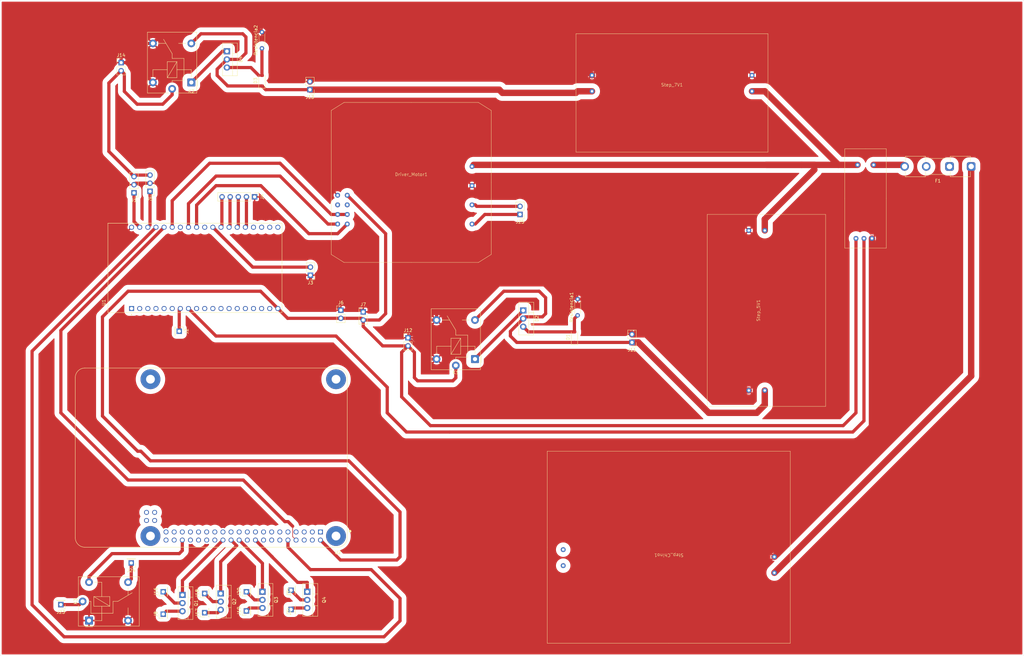
<source format=kicad_pcb>
(kicad_pcb (version 20240108) (generator "pcbnew") (generator_version "8.0")
  (layers (0 "F.Cu" signal) (31 "B.Cu" signal) (34 "B.Paste" user) (35 "F.Paste" user) (36 "B.SilkS" user "B.Silkscreen") (37 "F.SilkS" user "F.Silkscreen") (38 "B.Mask" user) (39 "F.Mask" user) (44 "Edge.Cuts" user))
  (net 0 "")
  (net 1 "Net-(D1-K)")
  (net 2 "Net-(D1-A)")
  (net 3 "Net-(D2-K)")
  (net 4 "Net-(D3-A)")
  (net 5 "Net-(D4-K)")
  (net 6 "Servo2")
  (net 7 "GND")
  (net 8 "SensorGiro")
  (net 9 "Corriente")
  (net 10 "Acelerador")
  (net 11 "5V")
  (net 12 "Servo1")
  (net 13 "Rele2")
  (net 14 "Rele5")
  (net 15 "Rele3")
  (net 16 "Rele4")
  (net 17 "Rele1")
  (net 18 "Net-(J4-Pin_2)")
  (net 24 "TX ESP")
  (net 29 "Net-(J4-Pin_3)")
  (net 33 "RX ESP")
  (net 37 "L_PWM")
  (net 38 "R_PWM")
  (net 39 "R_EN_L_EN")
  (net 40 "7V")
  (net 41 "Net-(J8-Pin_1)")
  (net 42 "Net-(J16-Pin_1)")
  (net 43 "Net-(J17-Pin_1)")
  (net 44 "Net-(J18-Pin_1)")
  (net 45 "Net-(J19-Pin_1)")
  (net 46 "Net-(J20-Pin_1)")
  (net 47 "Net-(J21-Pin_1)")
  (net 48 "Net-(J22-Pin_1)")
  (net 49 "Net-(J23-Pin_1)")
  (net 50 "Net-(J24-Pin_1)")
  (net 51 "Net-(D3-K)")
  (net 52 "Net-(Driver_Motor1-VIN_MOTOR_1)")
  (net 54 "Net-(Driver_Motor1-VIN)")
  (net 56 "Net-(Driver_Motor1-VIN_MOTOR_2)")
  (net 59 "Net-(Sensor_Corriente1-Cable2)")
  (net 60 "Net-(J4-Pin_4)")
  (net 61 "Net-(J4-Pin_5)")
  (net 66 "Net-(Sensor_Corriente1-Cable1)")
  (net 67 "Net-(U2-3V3-Pad1)")
  (net 80 "Net-(U2-SHIELD-PadS1)")
  (footprint "Connector_PinHeader_2.54mm:PinHeader_1x02_P2.54mm_Vertical" (layer "F.Cu") (at 163.5 138.46)
    (property "Reference" "J7")
    (property "Value" "SensorGiro")
  )
  (footprint "Resistor_THT:R_Axial_DIN0204_L3.6mm_D1.6mm_P5.08mm_Horizontal" (layer "F.Cu") (at 230.5 139.54 90)
    (property "Reference" "Resistencia1")
    (property "Value" "Resistencia 5V")
  )
  (footprint "Connector_PinHeader_2.54mm:PinHeader_1x01_P2.54mm_Vertical" (layer "F.Cu") (at 106 144.5 -90)
    (property "Reference" "J2")
    (property "Value" "Sensor Giro" (hide yes))
  )
  (footprint "Connector_PinHeader_2.54mm:PinHeader_1x01_P2.54mm_Vertical" (layer "F.Cu") (at 69 229.9325 180)
    (property "Reference" "J23")
    (property "Value" "Arranque1")
  )
  (footprint "Connector_PinHeader_2.54mm:PinHeader_1x01_P2.54mm_Vertical" (layer "F.Cu") (at 140.945 225.46 90)
    (property "Reference" "J22")
    (property "Value" "Sobrante2")
  )
  (footprint "Relay_THT:Relay_SPDT_Finder_36.11" (layer "F.Cu") (at 198.4325 153.2 180)
    (property "Reference" "K1")
    (property "Value" "Rele 5V")
  )
  (footprint "Connector_PinHeader_2.54mm:PinHeader_1x02_P2.54mm_Vertical" (layer "F.Cu") (at 146.84 69 180)
    (property "Reference" "J13")
    (property "Value" "Conector Entrada 7V")
  )
  (footprint "Package_TO_SOT_THT:TO-220-3_Vertical" (layer "F.Cu") (at 120.895 57 -90)
    (property "Reference" "D4")
    (property "Value" "SCR 7V")
  )
  (footprint "Connector_PinHeader_2.54mm:PinHeader_1x01_P2.54mm_Vertical" (layer "F.Cu") (at 127 225.92 90)
    (property "Reference" "J20")
    (property "Value" "MarchaAtras2")
  )
  (footprint "Package_TO_SOT_THT:TO-220-3_Vertical" (layer "F.Cu") (at 146 225.92 -90)
    (property "Reference" "Q4")
    (property "Value" "IO14")
  )
  (footprint "Sensor_Corriente:Sensor_Corriente" (layer "F.Cu") (at 320.5 103 90)
    (property "Reference" "Sensor_Corriente1" (hide yes))
    (property "Value" "~")
  )
  (footprint "Connector_PinHeader_2.54mm:PinHeader_1x01_P2.54mm_Vertical" (layer "F.Cu") (at 101 232.92 90)
    (property "Reference" "J8")
    (property "Value" "Luz1")
  )
  (footprint "XL4060_Footprint:XL4016" (layer "F.Cu") (at 260 70 180)
    (property "Reference" "Step_7V1")
    (property "Value" "~")
  )
  (footprint "Connector_PinHeader_2.54mm:PinHeader_1x02_P2.54mm_Vertical" (layer "F.Cu") (at 87.84 60.54)
    (property "Reference" "J14")
    (property "Value" "Conector Salida 7V")
  )
  (footprint "Huella_Rasp:MODULE_RASPBERRY_PI_4B_4GB" (layer "F.Cu") (at 116 184 180)
    (property "Reference" "U2")
    (property "Value" "RASPBERRY_PI_4B_4GB")
  )
  (footprint "Connector_PinHeader_2.54mm:PinHeader_1x01_P2.54mm_Vertical" (layer "F.Cu") (at 127 231.92 90)
    (property "Reference" "J19")
    (property "Value" "MarchaAtras1")
  )
  (footprint "XL4060_Footprint:XL4016" (layer "F.Cu") (at 289.5 138 -90)
    (property "Reference" "Step_5V1")
    (property "Value" "~")
  )
  (footprint "Package_TO_SOT_THT:TO-220-3_Vertical" (layer "F.Cu") (at 118.945 226.46 -90)
    (property "Reference" "Q2")
    (property "Value" "IO26")
  )
  (footprint "Fuse:Fuseholder_Clip-5x20mm_Eaton_1A5601-01_Inline_P20.80x6.76mm_D1.70mm_Horizontal" (layer "F.Cu") (at 353.5 93 180)
    (property "Reference" "F1")
    (property "Value" "Fuse")
  )
  (footprint "Step_Down_Chino:Step_Down_Chinp" (layer "F.Cu") (at 259 212)
    (property "Reference" "Step_Chino1")
    (property "Value" "~")
  )
  (footprint "Package_TO_SOT_THT:TO-220-3_Vertical" (layer "F.Cu") (at 107 226.92 -90)
    (property "Reference" "Q1")
    (property "Value" "IO25")
  )
  (footprint "Connector_PinHeader_2.54mm:PinHeader_1x01_P2.54mm_Vertical" (layer "F.Cu") (at 113.945 226.46 90)
    (property "Reference" "J18")
    (property "Value" "Cambios 2")
  )
  (footprint "Connector_PinHeader_2.54mm:PinHeader_1x01_P2.54mm_Vertical" (layer "F.Cu") (at 91 216.9325 180)
    (property "Reference" "J24")
    (property "Value" "Arranque2")
  )
  (footprint "Connector_PinHeader_2.54mm:PinHeader_1x01_P2.54mm_Vertical" (layer "F.Cu") (at 101 225.92 90)
    (property "Reference" "J16")
    (property "Value" "Luz2")
  )
  (footprint "Huella ESP:MODULE_ESP32-DEVKITC-32D" (layer "F.Cu") (at 110.86 124.7 90)
    (property "Reference" "U1")
    (property "Value" "ESP32-DEVKITC-32D")
  )
  (footprint "Connector_PinHeader_2.54mm:PinHeader_1x02_P2.54mm_Vertical" (layer "F.Cu") (at 247.5 148 180)
    (property "Reference" "J11")
    (property "Value" "Conector Entrada 5V")
  )
  (footprint "Resistor_THT:R_Axial_DIN0204_L3.6mm_D1.6mm_P5.08mm_Horizontal" (layer "F.Cu") (at 131.84 56.08 90)
    (property "Reference" "Resistencia2")
    (property "Value" "Resistencia 7V")
  )
  (footprint "Connector_PinHeader_2.54mm:PinHeader_1x02_P2.54mm_Vertical" (layer "F.Cu") (at 147 127 180)
    (property "Reference" "J3")
    (property "Value" "Acelerador")
  )
  (footprint "Connector_PinHeader_2.54mm:PinHeader_1x02_P2.54mm_Vertical" (layer "F.Cu") (at 156.5 137.92)
    (property "Reference" "J6")
    (property "Value" "Antena")
  )
  (footprint "Relay_THT:Relay_SPDT_Finder_36.11" (layer "F.Cu") (at 77.8 234.9325 90)
    (property "Reference" "K3")
    (property "Value" "Arranque")
  )
  (footprint "Package_TO_SOT_THT:TO-220-3_Vertical" (layer "F.Cu") (at 132 225.92 -90)
    (property "Reference" "Q3")
    (property "Value" "IO27")
  )
  (footprint "Relay_THT:Relay_SPDT_Finder_36.11" (layer "F.Cu") (at 109.7725 66.74 180)
    (property "Reference" "K2")
    (property "Value" "Rele 7V")
  )
  (footprint "Connector_PinHeader_2.54mm:PinHeader_1x02_P2.54mm_Vertical" (layer "F.Cu") (at 212.5 108 180)
    (property "Reference" "J25")
    (property "Value" "ControlMotor")
  )
  (footprint "Connector_PinHeader_2.54mm:PinHeader_1x05_P2.54mm_Vertical" (layer "F.Cu") (at 129.54 102.5 -90)
    (property "Reference" "J4")
    (property "Value" "Conn_01x05_Pin")
  )
  (footprint "Connector_PinHeader_2.54mm:PinHeader_1x03_P2.54mm_Vertical" (layer "F.Cu") (at 91.86 101.24 180)
    (property "Reference" "J1")
    (property "Value" "Servo1")
  )
  (footprint "Connector_PinHeader_2.54mm:PinHeader_1x01_P2.54mm_Vertical" (layer "F.Cu") (at 113.945 232.46 90)
    (property "Reference" "J17")
    (property "Value" "Cambios1")
  )
  (footprint "Connector_PinHeader_2.54mm:PinHeader_1x02_P2.54mm_Vertical" (layer "F.Cu") (at 177.5 146.54)
    (property "Reference" "J12")
    (property "Value" "Conector 5V")
  )
  (footprint "Driver_Del_Motor:Driver_Motor" (layer "F.Cu") (at 178.5 98 180)
    (property "Reference" "Driver_Motor1")
    (property "Value" "~")
  )
  (footprint "Diode_SMD:D_SOD-123" (layer "F.Cu") (at 131.84 66.19 90)
    (property "Reference" "D3")
    (property "Value" "Zener 7V")
  )
  (footprint "Package_TO_SOT_THT:TO-220-3_Vertical" (layer "F.Cu") (at 213.5 138 -90)
    (property "Reference" "D2")
    (property "Value" "SCR 5V")
  )
  (footprint "Diode_SMD:D_SOD-123" (layer "F.Cu") (at 229.5 146.35 90)
    (property "Reference" "D1")
    (property "Value" "Zener 5V")
  )
  (footprint "Connector_PinHeader_2.54mm:PinHeader_1x01_P2.54mm_Vertical" (layer "F.Cu") (at 140.945 231.46 90)
    (property "Reference" "J21")
    (property "Value" "Sobrante1")
  )
  (footprint "Connector_PinHeader_2.54mm:PinHeader_1x03_P2.54mm_Vertical" (layer "F.Cu") (at 96.86 100.78 180)
    (property "Reference" "J5")
    (property "Value" "Servo2")
  )
  (gr_line (start 50 246) (end 50 41) (stroke (width 0.05)) (layer "Edge.Cuts"))
  (gr_line (start 50 41) (end 70 41) (stroke (width 0.05)) (layer "Edge.Cuts"))
  (gr_line (start 70 41) (end 370 41) (stroke (width 0.05)) (layer "Edge.Cuts"))
  (gr_line (start 370 246) (end 50 246) (stroke (width 0.05)) (layer "Edge.Cuts"))
  (gr_line (start 370 41) (end 370 246) (stroke (width 0.05)) (layer "Edge.Cuts"))
  (segment (start 289 167.5) (end 289 163) (width 2) (layer "F.Cu") (net 1))
  (segment (start 207.4325 132) (end 198.4325 141) (width 1) (layer "F.Cu") (net 1))
  (segment (start 211.5 148) (end 209.5 146) (width 1) (layer "F.Cu") (net 1))
  (segment (start 247.5 148) (end 249.5 148) (width 2) (layer "F.Cu") (net 1))
  (segment (start 249.5 148) (end 271.5 170) (width 2) (layer "F.Cu") (net 1))
  (segment (start 271.5 170) (end 286.5 170) (width 2) (layer "F.Cu") (net 1))
  (segment (start 247.5 148) (end 229.5 148) (width 1) (layer "F.Cu") (net 1))
  (segment (start 219.5 140) (end 220.5 139) (width 1) (layer "F.Cu") (net 1))
  (segment (start 229.5 148) (end 211.5 148) (width 1) (layer "F.Cu") (net 1))
  (segment (start 209.5 144.54) (end 213.5 140.54) (width 1) (layer "F.Cu") (net 1))
  (segment (start 286.5 170) (end 289 167.5) (width 2) (layer "F.Cu") (net 1))
  (segment (start 218.5 132) (end 207.4325 132) (width 1) (layer "F.Cu") (net 1))
  (segment (start 220.5 139) (end 220.5 134) (width 1) (layer "F.Cu") (net 1))
  (segment (start 213.5 140.54) (end 213.5475 140.54) (width 0.2) (layer "F.Cu") (net 1))
  (segment (start 220.5 134) (end 218.5 132) (width 1) (layer "F.Cu") (net 1))
  (segment (start 213.5475 140.54) (end 214.0875 140) (width 0.2) (layer "F.Cu") (net 1))
  (segment (start 214.0875 140) (end 219.5 140) (width 1) (layer "F.Cu") (net 1))
  (segment (start 209.5 146) (end 209.5 144.54) (width 1) (layer "F.Cu") (net 1))
  (segment (start 229.5 144.7) (end 215.12 144.7) (width 1) (layer "F.Cu") (net 2))
  (segment (start 229.5 140.54) (end 229.5 144.7) (width 1) (layer "F.Cu") (net 2))
  (segment (start 230.5 139.54) (end 229.5 140.54) (width 1) (layer "F.Cu") (net 2))
  (segment (start 215.12 144.7) (end 213.5 143.08) (width 1) (layer "F.Cu") (net 2))
  (segment (start 213.5 138) (end 198.4325 153.0675) (width 1) (layer "F.Cu") (net 3))
  (segment (start 198.4325 153.0675) (end 198.4325 153.2) (width 0.2) (layer "F.Cu") (net 3))
  (segment (start 131.84 64.54) (end 130.84 64.54) (width 0.2) (layer "F.Cu") (net 4))
  (segment (start 131.84 56.08) (end 131.84 64.54) (width 1) (layer "F.Cu") (net 4))
  (segment (start 130.84 64.54) (end 128.38 62.08) (width 1) (layer "F.Cu") (net 4))
  (segment (start 128.38 62.08) (end 120.895 62.08) (width 1) (layer "F.Cu") (net 4))
  (segment (start 120.895 57) (end 119.5125 57) (width 1) (layer "F.Cu") (net 5))
  (segment (start 119.5125 57) (end 109.7725 66.74) (width 1) (layer "F.Cu") (net 5))
  (segment (start 91.86 110.22) (end 93.64 112) (width 1) (layer "F.Cu") (net 6))
  (segment (start 91.86 101.24) (end 91.86 110.22) (width 1) (layer "F.Cu") (net 6))
  (segment (start 236.5 134.46) (end 247.5 145.46) (width 1) (layer "F.Cu") (net 7))
  (segment (start 235 64.5) (end 230.3925 59.8925) (width 2) (layer "F.Cu") (net 7))
  (segment (start 97.7725 54.54) (end 104.7725 47.54) (width 1) (layer "F.Cu") (net 7))
  (segment (start 247.5 145.46) (end 256.54 145.46) (width 2) (layer "F.Cu") (net 7))
  (segment (start 153.4075 59.8925) (end 146.84 66.46) (width 2) (layer "F.Cu") (net 7))
  (segment (start 322.5 184.5) (end 292 215) (width 2) (layer "F.Cu") (net 7))
  (segment (start 186.4325 138.0675) (end 194.5 130) (width 1) (layer "F.Cu") (net 7))
  (segment (start 156.5 137.92) (end 162.96 137.92) (width 1) (layer "F.Cu") (net 7))
  (segment (start 322.5 115.5) (end 322.5 184.5) (width 2) (layer "F.Cu") (net 7))
  (segment (start 156.5 137.46) (end 156.5 137.92) (width 0.2) (layer "F.Cu") (net 7))
  (segment (start 186.4325 153.2) (end 184.16 153.2) (width 1) (layer "F.Cu") (net 7))
  (segment (start 97.7725 66.74) (end 91.5725 60.54) (width 1) (layer "F.Cu") (net 7))
  (segment (start 146.84 66) (end 146.84 66.46) (width 0.2) (layer "F.Cu") (net 7))
  (segment (start 226.04 130) (end 230.5 134.46) (width 1) (layer "F.Cu") (net 7))
  (segment (start 162.96 137.92) (end 163.5 138.46) (width 0.2) (layer "F.Cu") (net 7))
  (segment (start 128.38 47.54) (end 131.84 51) (width 1) (layer "F.Cu") (net 7))
  (segment (start 87.84 58.54) (end 91.84 54.54) (width 1) (layer "F.Cu") (net 7))
  (segment (start 256.54 145.46) (end 274.08 163) (width 2) (layer "F.Cu") (net 7))
  (segment (start 194.5 130) (end 226.04 130) (width 1) (layer "F.Cu") (net 7))
  (segment (start 91.5725 60.54) (end 87.84 60.54) (width 1) (layer "F.Cu") (net 7))
  (segment (start 87.84 60.54) (end 87.84 58.54) (width 1) (layer "F.Cu") (net 7))
  (segment (start 184.16 153.2) (end 177.5 146.54) (width 1) (layer "F.Cu") (net 7))
  (segment (start 104.7725 47.54) (end 128.38 47.54) (width 1) (layer "F.Cu") (net 7))
  (segment (start 131.84 51) (end 146.84 66) (width 1) (layer "F.Cu") (net 7))
  (segment (start 183.04 141) (end 177.5 146.54) (width 1) (layer "F.Cu") (net 7))
  (segment (start 91.84 54.54) (end 97.7725 54.54) (width 1) (layer "F.Cu") (net 7))
  (segment (start 147 127) (end 147 128.42) (width 1) (layer "F.Cu") (net 7))
  (segment (start 274.08 163) (end 284 163) (width 2) (layer "F.Cu") (net 7))
  (segment (start 186.4325 141) (end 183.04 141) (width 1) (layer "F.Cu") (net 7))
  (segment (start 230.3925 59.8925) (end 153.4075 59.8925) (width 2) (layer "F.Cu") (net 7))
  (segment (start 92.32 98.24) (end 91.86 98.7) (width 0.2) (layer "F.Cu") (net 7))
  (segment (start 230.5 134.46) (end 236.5 134.46) (width 1) (layer "F.Cu") (net 7))
  (segment (start 147 128.42) (end 156.5 137.92) (width 1) (layer "F.Cu") (net 7))
  (segment (start 96.86 98.24) (end 92.32 98.24) (width 1) (layer "F.Cu") (net 7))
  (segment (start 186.4325 141) (end 186.4325 138.0675) (width 1) (layer "F.Cu") (net 7))
  (segment (start 106 144.5) (end 106 137.74) (width 1) (layer "F.Cu") (net 8))
  (segment (start 106 137.74) (end 106.34 137.4) (width 0.2) (layer "F.Cu") (net 8))
  (segment (start 177 176) (end 171 170) (width 1) (layer "F.Cu") (net 9))
  (segment (start 155 146) (end 117.48 146) (width 1) (layer "F.Cu") (net 9))
  (segment (start 171 162) (end 155 146) (width 1) (layer "F.Cu") (net 9))
  (segment (start 320 172.5) (end 320 115.5) (width 1) (layer "F.Cu") (net 9))
  (segment (start 190.5 176) (end 316.5 176) (width 1) (layer "F.Cu") (net 9))
  (segment (start 117.48 146) (end 108.88 137.4) (width 1) (layer "F.Cu") (net 9))
  (segment (start 190.5 176) (end 177 176) (width 1) (layer "F.Cu") (net 9))
  (segment (start 316.5 176) (end 320 172.5) (width 1) (layer "F.Cu") (net 9))
  (segment (start 171 170) (end 171 162) (width 1) (layer "F.Cu") (net 9))
  (segment (start 147 124.46) (end 128.96 124.46) (width 1) (layer "F.Cu") (net 10))
  (segment (start 128.96 124.46) (end 116.5 112) (width 1) (layer "F.Cu") (net 10))
  (segment (start 139.88 140.46) (end 136.82 137.4) (width 1) (layer "F.Cu") (net 11))
  (segment (start 313.5 174) (end 184.5 174) (width 1) (layer "F.Cu") (net 11))
  (segment (start 175.5 151.08) (end 177.5 149.08) (width 1) (layer "F.Cu") (net 11))
  (segment (start 170.5 139) (end 170.5 114) (width 1) (layer "F.Cu") (net 11))
  (segment (start 156.36 216) (end 150.13 209.77) (width 1) (layer "F.Cu") (net 11))
  (segment (start 131.42 132) (end 90 132) (width 1) (layer "F.Cu") (net 11))
  (segment (start 177.5 149.08) (end 169.58 149.08) (width 1) (layer "F.Cu") (net 11))
  (segment (start 169.58 149.08) (end 163.5 143) (width 1) (layer "F.Cu") (net 11))
  (segment (start 191.5 160) (end 180.5 160) (width 1) (layer "F.Cu") (net 11))
  (segment (start 168.5 141) (end 170.5 139) (width 1) (layer "F.Cu") (net 11))
  (segment (start 90 132) (end 82 140) (width 1) (layer "F.Cu") (net 11))
  (segment (start 97 185) (end 159 185) (width 1) (layer "F.Cu") (net 11))
  (segment (start 192.4325 159.0675) (end 191.5 160) (width 1) (layer "F.Cu") (net 11))
  (segment (start 184.5 174) (end 175.5 165) (width 1) (layer "F.Cu") (net 11))
  (segment (start 163.5 141) (end 168.5 141) (width 1) (layer "F.Cu") (net 11))
  (segment (start 156.5 140.46) (end 139.88 140.46) (width 1) (layer "F.Cu") (net 11))
  (segment (start 156.5 140.46) (end 162.96 140.46) (width 1) (layer "F.Cu") (net 11))
  (segment (start 180.5 160) (end 179.5 159) (width 1) (layer "F.Cu") (net 11))
  (segment (start 179.5 151.08) (end 177.5 149.08) (width 1) (layer "F.Cu") (net 11))
  (segment (start 317.5 115.5) (end 317.5 170) (width 1) (layer "F.Cu") (net 11))
  (segment (start 162.96 140.46) (end 163.5 141) (width 0.2) (layer "F.Cu") (net 11))
  (segment (start 82 140) (end 82 171) (width 1) (layer "F.Cu") (net 11))
  (segment (start 175 215) (end 174 216) (width 1) (layer "F.Cu") (net 11))
  (segment (start 175.5 165) (end 175.5 151.08) (width 1) (layer "F.Cu") (net 11))
  (segment (start 192.4325 155.2) (end 192.4325 159.0675) (width 1) (layer "F.Cu") (net 11))
  (segment (start 174 216) (end 156.36 216) (width 1) (layer "F.Cu") (net 11))
  (segment (start 159 185) (end 175 201) (width 1) (layer "F.Cu") (net 11))
  (segment (start 163.5 143) (end 163.5 141) (width 1) (layer "F.Cu") (net 11))
  (segment (start 317.5 170) (end 313.5 174) (width 1) (layer "F.Cu") (net 11))
  (segment (start 82 171) (end 93 182) (width 1) (layer "F.Cu") (net 11))
  (segment (start 179.5 159) (end 179.5 151.08) (width 1) (layer "F.Cu") (net 11))
  (segment (start 93 182) (end 94 182) (width 1) (layer "F.Cu") (net 11))
  (segment (start 175 201) (end 175 215) (width 1) (layer "F.Cu") (net 11))
  (segment (start 170.5 114) (end 158.5 102) (width 1) (layer "F.Cu") (net 11))
  (segment (start 136.82 137.4) (end 131.42 132) (width 1) (layer "F.Cu") (net 11))
  (segment (start 94 182) (end 97 185) (width 1) (layer "F.Cu") (net 11))
  (segment (start 96.86 111.32) (end 96.18 112) (width 0.2) (layer "F.Cu") (net 12))
  (segment (start 96.86 100.78) (end 96.86 111.32) (width 1) (layer "F.Cu") (net 12))
  (segment (start 118.945 216.525) (end 118.945 226.46) (width 1) (layer "F.Cu") (net 13))
  (segment (start 123.945 211.525) (end 122.19 209.77) (width 1) (layer "F.Cu") (net 13))
  (segment (start 123.945 211.525) (end 118.945 216.525) (width 1) (layer "F.Cu") (net 13))
  (segment (start 77.8 221.2) (end 77.8 222.9325) (width 1) (layer "F.Cu") (net 14))
  (segment (start 106.95 213.05) (end 106 214) (width 1) (layer "F.Cu") (net 14))
  (segment (start 106 214) (end 85 214) (width 1) (layer "F.Cu") (net 14))
  (segment (start 85 214) (end 77.8 221.2) (width 1) (layer "F.Cu") (net 14))
  (segment (start 106.95 213.05) (end 106.95 209.77) (width 1) (layer "F.Cu") (net 14))
  (segment (start 132 225.92) (end 132 217.04) (width 1) (layer "F.Cu") (net 15))
  (segment (start 132 217.04) (end 124.73 209.77) (width 1) (layer "F.Cu") (net 15))
  (segment (start 146 223) (end 146 225.92) (width 1) (layer "F.Cu") (net 16))
  (segment (start 135 215) (end 135 214.96) (width 1) (layer "F.Cu") (net 16))
  (segment (start 135 214.96) (end 129.81 209.77) (width 1) (layer "F.Cu") (net 16))
  (segment (start 146 223) (end 143 223) (width 1) (layer "F.Cu") (net 16))
  (segment (start 143 223) (end 135 215) (width 1) (layer "F.Cu") (net 16))
  (segment (start 107 226.92) (end 107 222.42) (width 1) (layer "F.Cu") (net 17))
  (segment (start 107 222.42) (end 119.65 209.77) (width 1) (layer "F.Cu") (net 17))
  (segment (start 127 102.5) (end 127 111.66) (width 1) (layer "F.Cu") (net 18))
  (segment (start 127 111.66) (end 126.66 112) (width 0.2) (layer "F.Cu") (net 18))
  (segment (start 175 228) (end 166 219) (width 1) (layer "F.Cu") (net 24))
  (segment (start 98.72 112) (end 60 150.72) (width 1) (layer "F.Cu") (net 24))
  (segment (start 60 230) (end 70 240) (width 1) (layer "F.Cu") (net 24))
  (segment (start 147 219) (end 139.97 211.97) (width 1) (layer "F.Cu") (net 24))
  (segment (start 60 150.72) (end 60 230) (width 1) (layer "F.Cu") (net 24))
  (segment (start 175 235) (end 175 228) (width 1) (layer "F.Cu") (net 24))
  (segment (start 170 240) (end 175 235) (width 1) (layer "F.Cu") (net 24))
  (segment (start 70 240) (end 170 240) (width 1) (layer "F.Cu") (net 24))
  (segment (start 166 219) (end 147 219) (width 1) (layer "F.Cu") (net 24))
  (segment (start 139.97 211.97) (end 139.97 209.77) (width 1) (layer "F.Cu") (net 24))
  (segment (start 124.46 102.5) (end 124.46 111.66) (width 1) (layer "F.Cu") (net 29))
  (segment (start 124.46 111.66) (end 124.12 112) (width 0.2) (layer "F.Cu") (net 29))
  (segment (start 140 204) (end 139 204) (width 1) (layer "F.Cu") (net 33))
  (segment (start 69 170) (end 90 191) (width 1) (layer "F.Cu") (net 33))
  (segment (start 126 191) (end 90 191) (width 1) (layer "F.Cu") (net 33))
  (segment (start 139 204) (end 126 191) (width 1) (layer "F.Cu") (net 33))
  (segment (start 142.51 209.77) (end 141.448 208.708) (width 0.2) (layer "F.Cu") (net 33))
  (segment (start 101.26 112) (end 69 144.26) (width 1) (layer "F.Cu") (net 33))
  (segment (start 69 144.26) (end 69 170) (width 1) (layer "F.Cu") (net 33))
  (segment (start 141.448 205.448) (end 140 204) (width 1) (layer "F.Cu") (net 33))
  (segment (start 141.448 208.708) (end 141.448 205.448) (width 0.2) (layer "F.Cu") (net 33))
  (segment (start 137.5 96) (end 117.5 96) (width 1) (layer "F.Cu") (net 37))
  (segment (start 152.5 111) (end 137.5 96) (width 1) (layer "F.Cu") (net 37))
  (segment (start 108.88 104.62) (end 108.88 112) (width 1) (layer "F.Cu") (net 37))
  (segment (start 117.5 96) (end 108.88 104.62) (width 1) (layer "F.Cu") (net 37))
  (segment (start 155.5 111) (end 152.5 111) (width 1) (layer "F.Cu") (net 37))
  (segment (start 158.5 111) (end 155.5 114) (width 1) (layer "F.Cu") (net 38))
  (segment (start 146.5 114) (end 131.5 99) (width 1) (layer "F.Cu") (net 38))
  (segment (start 111.42 105.08) (end 111.42 112) (width 1) (layer "F.Cu") (net 38))
  (segment (start 155.5 114) (end 146.5 114) (width 1) (layer "F.Cu") (net 38))
  (segment (start 117.5 99) (end 111.42 105.08) (width 1) (layer "F.Cu") (net 38))
  (segment (start 131.5 99) (end 117.5 99) (width 1) (layer "F.Cu") (net 38))
  (segment (start 155.5 108) (end 158.5 108) (width 1) (layer "F.Cu") (net 39))
  (segment (start 137.5 92) (end 115.5 92) (width 1) (layer "F.Cu") (net 39))
  (segment (start 153.5 108) (end 137.5 92) (width 1) (layer "F.Cu") (net 39))
  (segment (start 103.8 103.7) (end 103.8 112) (width 1) (layer "F.Cu") (net 39))
  (segment (start 115.5 92) (end 103.8 103.7) (width 1) (layer "F.Cu") (net 39))
  (segment (start 155.5 108) (end 153.5 108) (width 1) (layer "F.Cu") (net 39))
  (segment (start 84 66.92) (end 84 88.3) (width 1) (layer "F.Cu") (net 40))
  (segment (start 96.86 95.7) (end 92.32 95.7) (width 1) (layer "F.Cu") (net 40))
  (segment (start 88.84 64.08) (end 87.84 63.08) (width 1) (layer "F.Cu") (net 40))
  (segment (start 100.84 73.54) (end 92.84 73.54) (width 1) (layer "F.Cu") (net 40))
  (segment (start 103.7725 70.6075) (end 100.84 73.54) (width 1) (layer "F.Cu") (net 40))
  (segment (start 92.32 95.7) (end 91.86 96.16) (width 0.2) (layer "F.Cu") (net 40))
  (segment (start 103.7725 68.74) (end 103.7725 70.6075) (width 1) (layer "F.Cu") (net 40))
  (segment (start 88.84 69.54) (end 88.84 64.08) (width 1) (layer "F.Cu") (net 40))
  (segment (start 84 88.3) (end 91.86 96.16) (width 1) (layer "F.Cu") (net 40))
  (segment (start 92.84 73.54) (end 88.84 69.54) (width 1) (layer "F.Cu") (net 40))
  (segment (start 87.84 63.08) (end 84 66.92) (width 1) (layer "F.Cu") (net 40))
  (segment (start 101.92 232) (end 101 232.92) (width 0.2) (layer "F.Cu") (net 41))
  (segment (start 107 232) (end 101.92 232) (width 1) (layer "F.Cu") (net 41))
  (segment (start 104.54 229.46) (end 101 225.92) (width 1) (layer "F.Cu") (net 42))
  (segment (start 107 229.46) (end 104.54 229.46) (width 1) (layer "F.Cu") (net 42))
  (segment (start 113.945 232.46) (end 118.025 232.46) (width 1) (layer "F.Cu") (net 43))
  (segment (start 118.025 232.46) (end 118.945 231.54) (width 1) (layer "F.Cu") (net 43))
  (segment (start 116.485 229) (end 113.945 226.46) (width 1) (layer "F.Cu") (net 44))
  (segment (start 118.945 229) (end 116.485 229) (width 1) (layer "F.Cu") (net 44))
  (segment (start 132 231) (end 127.92 231) (width 1) (layer "F.Cu") (net 45))
  (segment (start 127.92 231) (end 127 231.92) (width 1) (layer "F.Cu") (net 45))
  (segment (start 132 228.46) (end 129.54 228.46) (width 1) (layer "F.Cu") (net 46))
  (segment (start 129.54 228.46) (end 127 225.92) (width 1) (layer "F.Cu") (net 46))
  (segment (start 146 231) (end 141.405 231) (width 1) (layer "F.Cu") (net 47))
  (segment (start 141.405 231) (end 140.945 231.46) (width 0.2) (layer "F.Cu") (net 47))
  (segment (start 146 228.46) (end 143.945 228.46) (width 1) (layer "F.Cu") (net 48))
  (segment (start 143.945 228.46) (end 140.945 225.46) (width 1) (layer "F.Cu") (net 48))
  (segment (start 69 229.9325) (end 74.8 229.9325) (width 1) (layer "F.Cu") (net 49))
  (segment (start 74.8 229.9325) (end 75.8 228.9325) (width 1) (layer "F.Cu") (net 49))
  (segment (start 91 221.9325) (end 90 222.9325) (width 1) (layer "F.Cu") (net 50))
  (segment (start 91 216.9325) (end 91 221.9325) (width 1) (layer "F.Cu") (net 50))
  (segment (start 112.7725 51.54) (end 109.7725 54.54) (width 1) (layer "F.Cu") (net 51))
  (segment (start 126.84 52.54) (end 125.84 51.54) (width 1) (layer "F.Cu") (net 51))
  (segment (start 117.84 64.54) (end 117.84 62.595) (width 1) (layer "F.Cu") (net 51))
  (segment (start 133 69) (end 131.84 67.84) (width 1) (layer "F.Cu") (net 51))
  (segment (start 207 70) (end 230 70) (width 2) (layer "F.Cu") (net 51))
  (segment (start 230.5 69.5) (end 235 69.5) (width 2) (layer "F.Cu") (net 51))
  (segment (start 207 70) (end 206 69) (width 2) (layer "F.Cu") (net 51))
  (segment (start 206 69) (end 146.84 69) (width 2) (layer "F.Cu") (net 51))
  (segment (start 120.895 59.54) (end 124.84 59.54) (width 1) (layer "F.Cu") (net 51))
  (segment (start 131.84 67.84) (end 121.14 67.84) (width 1) (layer "F.Cu") (net 51))
  (segment (start 125.84 51.54) (end 112.7725 51.54) (width 1) (layer "F.Cu") (net 51))
  (segment (start 117.84 62.595) (end 120.895 59.54) (width 1) (layer "F.Cu") (net 51))
  (segment (start 230 70) (end 230.5 69.5) (width 1) (layer "F.Cu") (net 51))
  (segment (start 146.84 69) (end 133 69) (width 1) (layer "F.Cu") (net 51))
  (segment (start 121.14 67.84) (end 117.84 64.54) (width 1) (layer "F.Cu") (net 51))
  (segment (start 124.84 59.54) (end 126.84 57.54) (width 1) (layer "F.Cu") (net 51))
  (segment (start 126.84 57.54) (end 126.84 52.54) (width 1) (layer "F.Cu") (net 51))
  (segment (start 197.5 105) (end 198.5 105) (width 1) (layer "F.Cu") (net 52))
  (segment (start 198.96 105.46) (end 212.5 105.46) (width 1) (layer "F.Cu") (net 52))
  (segment (start 198.5 105) (end 198.96 105.46) (width 1) (layer "F.Cu") (net 52))
  (segment (start 353.5 93) (end 353.5 158.5) (width 2) (layer "F.Cu") (net 54))
  (segment (start 300.5 92.5) (end 289.5 92.5) (width 2) (layer "F.Cu") (net 54))
  (segment (start 304.5 92.5) (end 198 92.5) (width 2) (layer "F.Cu") (net 54))
  (segment (start 198 92.5) (end 197.5 93) (width 0.2) (layer "F.Cu") (net 54))
  (segment (start 289 109.5) (end 289 113) (width 2) (layer "F.Cu") (net 54))
  (segment (start 312 92.5) (end 289 69.5) (width 2) (layer "F.Cu") (net 54))
  (segment (start 318 92.5) (end 312 92.5) (width 2) (layer "F.Cu") (net 54))
  (segment (start 353.5 158.5) (end 292 220) (width 2) (layer "F.Cu") (net 54))
  (segment (start 304.5 94) (end 289 109.5) (width 2) (layer "F.Cu") (net 54))
  (segment (start 312 92.5) (end 300.5 92.5) (width 2) (layer "F.Cu") (net 54))
  (segment (start 289 69.5) (end 285 69.5) (width 2) (layer "F.Cu") (net 54))
  (segment (start 198.5 111) (end 201.5 108) (width 1) (layer "F.Cu") (net 56))
  (segment (start 201.5 108) (end 212.5 108) (width 1) (layer "F.Cu") (net 56))
  (segment (start 197.5 111) (end 198.5 111) (width 0.2) (layer "F.Cu") (net 56))
  (segment (start 323 92.5) (end 332.2 92.5) (width 2) (layer "F.Cu") (net 59))
  (segment (start 332.2 92.5) (end 332.7 93) (width 0.2) (layer "F.Cu") (net 59))
  (segment (start 121.86 102.7) (end 121.86 111.72) (width 1) (layer "F.Cu") (net 60))
  (segment (start 121.86 111.72) (end 121.58 112) (width 0.2) (layer "F.Cu") (net 60))
  (segment (start 119.32 111.72) (end 119.04 112) (width 0.2) (layer "F.Cu") (net 61))
  (segment (start 119.32 102.7) (end 119.32 111.72) (width 1) (layer "F.Cu") (net 61))
  (zone (net 7) (net_name "GND") (layer "F.Cu") (connect_pads (clearance 1.5)) (min_thickness 0.25) (fill yes (thermal_gap 0.5) (thermal_bridge_width 0.5))
    (polygon (pts (xy 50 41) (xy 370 41) (xy 370 246) (xy 50 246)))
  )
)
</source>
